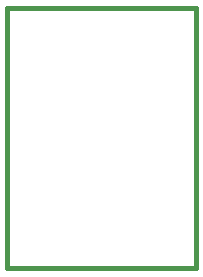
<source format=gbr>
%FSLAX46Y46*%
G04 Gerber Fmt 4.6, Leading zero omitted, Abs format (unit mm)*
G04 Created by KiCad (PCBNEW (2014-jul-16 BZR unknown)-product) date Wed 11 Feb 2015 12:50:59 PM CET*
%MOMM*%
G01*
G04 APERTURE LIST*
%ADD10C,0.150000*%
%ADD11C,0.381000*%
G04 APERTURE END LIST*
D10*
D11*
X156170000Y-101780000D02*
X156160000Y-101780000D01*
X156170000Y-123780000D02*
X156170000Y-101780000D01*
X172170000Y-123780000D02*
X156170000Y-123780000D01*
X172170000Y-101780000D02*
X172170000Y-123780000D01*
X156170000Y-101780000D02*
X172170000Y-101780000D01*
M02*

</source>
